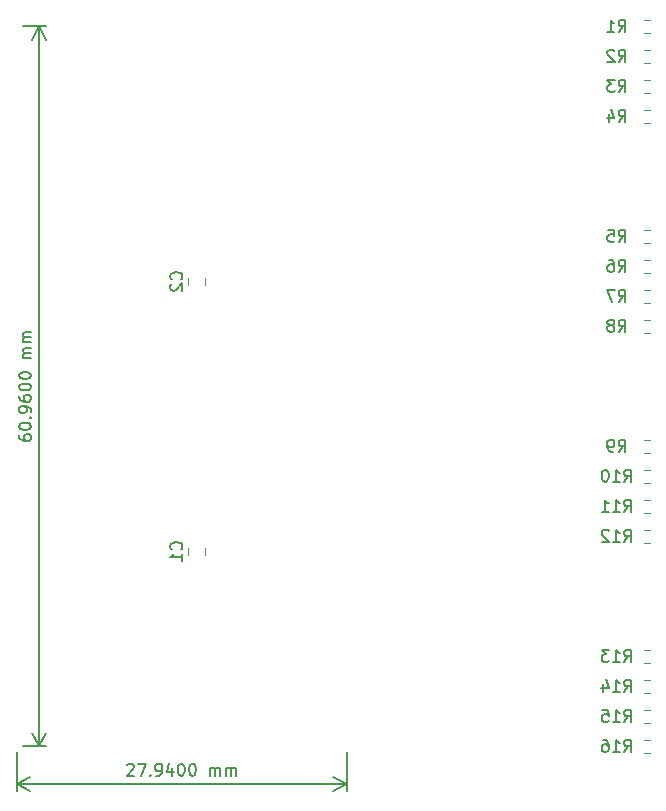
<source format=gbr>
%TF.GenerationSoftware,KiCad,Pcbnew,7.0.5*%
%TF.CreationDate,2023-12-08T14:02:35+09:00*%
%TF.ProjectId,analog_sw2,616e616c-6f67-45f7-9377-322e6b696361,rev?*%
%TF.SameCoordinates,Original*%
%TF.FileFunction,Legend,Bot*%
%TF.FilePolarity,Positive*%
%FSLAX46Y46*%
G04 Gerber Fmt 4.6, Leading zero omitted, Abs format (unit mm)*
G04 Created by KiCad (PCBNEW 7.0.5) date 2023-12-08 14:02:35*
%MOMM*%
%LPD*%
G01*
G04 APERTURE LIST*
%ADD10C,0.150000*%
%ADD11C,0.120000*%
G04 APERTURE END LIST*
D10*
X138639819Y-96852856D02*
X138639819Y-97043332D01*
X138639819Y-97043332D02*
X138687438Y-97138570D01*
X138687438Y-97138570D02*
X138735057Y-97186189D01*
X138735057Y-97186189D02*
X138877914Y-97281427D01*
X138877914Y-97281427D02*
X139068390Y-97329046D01*
X139068390Y-97329046D02*
X139449342Y-97329046D01*
X139449342Y-97329046D02*
X139544580Y-97281427D01*
X139544580Y-97281427D02*
X139592200Y-97233808D01*
X139592200Y-97233808D02*
X139639819Y-97138570D01*
X139639819Y-97138570D02*
X139639819Y-96948094D01*
X139639819Y-96948094D02*
X139592200Y-96852856D01*
X139592200Y-96852856D02*
X139544580Y-96805237D01*
X139544580Y-96805237D02*
X139449342Y-96757618D01*
X139449342Y-96757618D02*
X139211247Y-96757618D01*
X139211247Y-96757618D02*
X139116009Y-96805237D01*
X139116009Y-96805237D02*
X139068390Y-96852856D01*
X139068390Y-96852856D02*
X139020771Y-96948094D01*
X139020771Y-96948094D02*
X139020771Y-97138570D01*
X139020771Y-97138570D02*
X139068390Y-97233808D01*
X139068390Y-97233808D02*
X139116009Y-97281427D01*
X139116009Y-97281427D02*
X139211247Y-97329046D01*
X138639819Y-96138570D02*
X138639819Y-96043332D01*
X138639819Y-96043332D02*
X138687438Y-95948094D01*
X138687438Y-95948094D02*
X138735057Y-95900475D01*
X138735057Y-95900475D02*
X138830295Y-95852856D01*
X138830295Y-95852856D02*
X139020771Y-95805237D01*
X139020771Y-95805237D02*
X139258866Y-95805237D01*
X139258866Y-95805237D02*
X139449342Y-95852856D01*
X139449342Y-95852856D02*
X139544580Y-95900475D01*
X139544580Y-95900475D02*
X139592200Y-95948094D01*
X139592200Y-95948094D02*
X139639819Y-96043332D01*
X139639819Y-96043332D02*
X139639819Y-96138570D01*
X139639819Y-96138570D02*
X139592200Y-96233808D01*
X139592200Y-96233808D02*
X139544580Y-96281427D01*
X139544580Y-96281427D02*
X139449342Y-96329046D01*
X139449342Y-96329046D02*
X139258866Y-96376665D01*
X139258866Y-96376665D02*
X139020771Y-96376665D01*
X139020771Y-96376665D02*
X138830295Y-96329046D01*
X138830295Y-96329046D02*
X138735057Y-96281427D01*
X138735057Y-96281427D02*
X138687438Y-96233808D01*
X138687438Y-96233808D02*
X138639819Y-96138570D01*
X139544580Y-95376665D02*
X139592200Y-95329046D01*
X139592200Y-95329046D02*
X139639819Y-95376665D01*
X139639819Y-95376665D02*
X139592200Y-95424284D01*
X139592200Y-95424284D02*
X139544580Y-95376665D01*
X139544580Y-95376665D02*
X139639819Y-95376665D01*
X139639819Y-94852856D02*
X139639819Y-94662380D01*
X139639819Y-94662380D02*
X139592200Y-94567142D01*
X139592200Y-94567142D02*
X139544580Y-94519523D01*
X139544580Y-94519523D02*
X139401723Y-94424285D01*
X139401723Y-94424285D02*
X139211247Y-94376666D01*
X139211247Y-94376666D02*
X138830295Y-94376666D01*
X138830295Y-94376666D02*
X138735057Y-94424285D01*
X138735057Y-94424285D02*
X138687438Y-94471904D01*
X138687438Y-94471904D02*
X138639819Y-94567142D01*
X138639819Y-94567142D02*
X138639819Y-94757618D01*
X138639819Y-94757618D02*
X138687438Y-94852856D01*
X138687438Y-94852856D02*
X138735057Y-94900475D01*
X138735057Y-94900475D02*
X138830295Y-94948094D01*
X138830295Y-94948094D02*
X139068390Y-94948094D01*
X139068390Y-94948094D02*
X139163628Y-94900475D01*
X139163628Y-94900475D02*
X139211247Y-94852856D01*
X139211247Y-94852856D02*
X139258866Y-94757618D01*
X139258866Y-94757618D02*
X139258866Y-94567142D01*
X139258866Y-94567142D02*
X139211247Y-94471904D01*
X139211247Y-94471904D02*
X139163628Y-94424285D01*
X139163628Y-94424285D02*
X139068390Y-94376666D01*
X138639819Y-93519523D02*
X138639819Y-93709999D01*
X138639819Y-93709999D02*
X138687438Y-93805237D01*
X138687438Y-93805237D02*
X138735057Y-93852856D01*
X138735057Y-93852856D02*
X138877914Y-93948094D01*
X138877914Y-93948094D02*
X139068390Y-93995713D01*
X139068390Y-93995713D02*
X139449342Y-93995713D01*
X139449342Y-93995713D02*
X139544580Y-93948094D01*
X139544580Y-93948094D02*
X139592200Y-93900475D01*
X139592200Y-93900475D02*
X139639819Y-93805237D01*
X139639819Y-93805237D02*
X139639819Y-93614761D01*
X139639819Y-93614761D02*
X139592200Y-93519523D01*
X139592200Y-93519523D02*
X139544580Y-93471904D01*
X139544580Y-93471904D02*
X139449342Y-93424285D01*
X139449342Y-93424285D02*
X139211247Y-93424285D01*
X139211247Y-93424285D02*
X139116009Y-93471904D01*
X139116009Y-93471904D02*
X139068390Y-93519523D01*
X139068390Y-93519523D02*
X139020771Y-93614761D01*
X139020771Y-93614761D02*
X139020771Y-93805237D01*
X139020771Y-93805237D02*
X139068390Y-93900475D01*
X139068390Y-93900475D02*
X139116009Y-93948094D01*
X139116009Y-93948094D02*
X139211247Y-93995713D01*
X138639819Y-92805237D02*
X138639819Y-92709999D01*
X138639819Y-92709999D02*
X138687438Y-92614761D01*
X138687438Y-92614761D02*
X138735057Y-92567142D01*
X138735057Y-92567142D02*
X138830295Y-92519523D01*
X138830295Y-92519523D02*
X139020771Y-92471904D01*
X139020771Y-92471904D02*
X139258866Y-92471904D01*
X139258866Y-92471904D02*
X139449342Y-92519523D01*
X139449342Y-92519523D02*
X139544580Y-92567142D01*
X139544580Y-92567142D02*
X139592200Y-92614761D01*
X139592200Y-92614761D02*
X139639819Y-92709999D01*
X139639819Y-92709999D02*
X139639819Y-92805237D01*
X139639819Y-92805237D02*
X139592200Y-92900475D01*
X139592200Y-92900475D02*
X139544580Y-92948094D01*
X139544580Y-92948094D02*
X139449342Y-92995713D01*
X139449342Y-92995713D02*
X139258866Y-93043332D01*
X139258866Y-93043332D02*
X139020771Y-93043332D01*
X139020771Y-93043332D02*
X138830295Y-92995713D01*
X138830295Y-92995713D02*
X138735057Y-92948094D01*
X138735057Y-92948094D02*
X138687438Y-92900475D01*
X138687438Y-92900475D02*
X138639819Y-92805237D01*
X138639819Y-91852856D02*
X138639819Y-91757618D01*
X138639819Y-91757618D02*
X138687438Y-91662380D01*
X138687438Y-91662380D02*
X138735057Y-91614761D01*
X138735057Y-91614761D02*
X138830295Y-91567142D01*
X138830295Y-91567142D02*
X139020771Y-91519523D01*
X139020771Y-91519523D02*
X139258866Y-91519523D01*
X139258866Y-91519523D02*
X139449342Y-91567142D01*
X139449342Y-91567142D02*
X139544580Y-91614761D01*
X139544580Y-91614761D02*
X139592200Y-91662380D01*
X139592200Y-91662380D02*
X139639819Y-91757618D01*
X139639819Y-91757618D02*
X139639819Y-91852856D01*
X139639819Y-91852856D02*
X139592200Y-91948094D01*
X139592200Y-91948094D02*
X139544580Y-91995713D01*
X139544580Y-91995713D02*
X139449342Y-92043332D01*
X139449342Y-92043332D02*
X139258866Y-92090951D01*
X139258866Y-92090951D02*
X139020771Y-92090951D01*
X139020771Y-92090951D02*
X138830295Y-92043332D01*
X138830295Y-92043332D02*
X138735057Y-91995713D01*
X138735057Y-91995713D02*
X138687438Y-91948094D01*
X138687438Y-91948094D02*
X138639819Y-91852856D01*
X139639819Y-90329046D02*
X138973152Y-90329046D01*
X139068390Y-90329046D02*
X139020771Y-90281427D01*
X139020771Y-90281427D02*
X138973152Y-90186189D01*
X138973152Y-90186189D02*
X138973152Y-90043332D01*
X138973152Y-90043332D02*
X139020771Y-89948094D01*
X139020771Y-89948094D02*
X139116009Y-89900475D01*
X139116009Y-89900475D02*
X139639819Y-89900475D01*
X139116009Y-89900475D02*
X139020771Y-89852856D01*
X139020771Y-89852856D02*
X138973152Y-89757618D01*
X138973152Y-89757618D02*
X138973152Y-89614761D01*
X138973152Y-89614761D02*
X139020771Y-89519522D01*
X139020771Y-89519522D02*
X139116009Y-89471903D01*
X139116009Y-89471903D02*
X139639819Y-89471903D01*
X139639819Y-88995713D02*
X138973152Y-88995713D01*
X139068390Y-88995713D02*
X139020771Y-88948094D01*
X139020771Y-88948094D02*
X138973152Y-88852856D01*
X138973152Y-88852856D02*
X138973152Y-88709999D01*
X138973152Y-88709999D02*
X139020771Y-88614761D01*
X139020771Y-88614761D02*
X139116009Y-88567142D01*
X139116009Y-88567142D02*
X139639819Y-88567142D01*
X139116009Y-88567142D02*
X139020771Y-88519523D01*
X139020771Y-88519523D02*
X138973152Y-88424285D01*
X138973152Y-88424285D02*
X138973152Y-88281428D01*
X138973152Y-88281428D02*
X139020771Y-88186189D01*
X139020771Y-88186189D02*
X139116009Y-88138570D01*
X139116009Y-88138570D02*
X139639819Y-88138570D01*
X138930000Y-62230000D02*
X140921420Y-62230000D01*
X138930000Y-123190000D02*
X140921420Y-123190000D01*
X140335000Y-62230000D02*
X140335000Y-123190000D01*
X140335000Y-62230000D02*
X140335000Y-123190000D01*
X140335000Y-62230000D02*
X140921421Y-63356504D01*
X140335000Y-62230000D02*
X139748579Y-63356504D01*
X140335000Y-123190000D02*
X139748579Y-122063496D01*
X140335000Y-123190000D02*
X140921421Y-122063496D01*
X147780953Y-124765057D02*
X147828572Y-124717438D01*
X147828572Y-124717438D02*
X147923810Y-124669819D01*
X147923810Y-124669819D02*
X148161905Y-124669819D01*
X148161905Y-124669819D02*
X148257143Y-124717438D01*
X148257143Y-124717438D02*
X148304762Y-124765057D01*
X148304762Y-124765057D02*
X148352381Y-124860295D01*
X148352381Y-124860295D02*
X148352381Y-124955533D01*
X148352381Y-124955533D02*
X148304762Y-125098390D01*
X148304762Y-125098390D02*
X147733334Y-125669819D01*
X147733334Y-125669819D02*
X148352381Y-125669819D01*
X148685715Y-124669819D02*
X149352381Y-124669819D01*
X149352381Y-124669819D02*
X148923810Y-125669819D01*
X149733334Y-125574580D02*
X149780953Y-125622200D01*
X149780953Y-125622200D02*
X149733334Y-125669819D01*
X149733334Y-125669819D02*
X149685715Y-125622200D01*
X149685715Y-125622200D02*
X149733334Y-125574580D01*
X149733334Y-125574580D02*
X149733334Y-125669819D01*
X150257143Y-125669819D02*
X150447619Y-125669819D01*
X150447619Y-125669819D02*
X150542857Y-125622200D01*
X150542857Y-125622200D02*
X150590476Y-125574580D01*
X150590476Y-125574580D02*
X150685714Y-125431723D01*
X150685714Y-125431723D02*
X150733333Y-125241247D01*
X150733333Y-125241247D02*
X150733333Y-124860295D01*
X150733333Y-124860295D02*
X150685714Y-124765057D01*
X150685714Y-124765057D02*
X150638095Y-124717438D01*
X150638095Y-124717438D02*
X150542857Y-124669819D01*
X150542857Y-124669819D02*
X150352381Y-124669819D01*
X150352381Y-124669819D02*
X150257143Y-124717438D01*
X150257143Y-124717438D02*
X150209524Y-124765057D01*
X150209524Y-124765057D02*
X150161905Y-124860295D01*
X150161905Y-124860295D02*
X150161905Y-125098390D01*
X150161905Y-125098390D02*
X150209524Y-125193628D01*
X150209524Y-125193628D02*
X150257143Y-125241247D01*
X150257143Y-125241247D02*
X150352381Y-125288866D01*
X150352381Y-125288866D02*
X150542857Y-125288866D01*
X150542857Y-125288866D02*
X150638095Y-125241247D01*
X150638095Y-125241247D02*
X150685714Y-125193628D01*
X150685714Y-125193628D02*
X150733333Y-125098390D01*
X151590476Y-125003152D02*
X151590476Y-125669819D01*
X151352381Y-124622200D02*
X151114286Y-125336485D01*
X151114286Y-125336485D02*
X151733333Y-125336485D01*
X152304762Y-124669819D02*
X152400000Y-124669819D01*
X152400000Y-124669819D02*
X152495238Y-124717438D01*
X152495238Y-124717438D02*
X152542857Y-124765057D01*
X152542857Y-124765057D02*
X152590476Y-124860295D01*
X152590476Y-124860295D02*
X152638095Y-125050771D01*
X152638095Y-125050771D02*
X152638095Y-125288866D01*
X152638095Y-125288866D02*
X152590476Y-125479342D01*
X152590476Y-125479342D02*
X152542857Y-125574580D01*
X152542857Y-125574580D02*
X152495238Y-125622200D01*
X152495238Y-125622200D02*
X152400000Y-125669819D01*
X152400000Y-125669819D02*
X152304762Y-125669819D01*
X152304762Y-125669819D02*
X152209524Y-125622200D01*
X152209524Y-125622200D02*
X152161905Y-125574580D01*
X152161905Y-125574580D02*
X152114286Y-125479342D01*
X152114286Y-125479342D02*
X152066667Y-125288866D01*
X152066667Y-125288866D02*
X152066667Y-125050771D01*
X152066667Y-125050771D02*
X152114286Y-124860295D01*
X152114286Y-124860295D02*
X152161905Y-124765057D01*
X152161905Y-124765057D02*
X152209524Y-124717438D01*
X152209524Y-124717438D02*
X152304762Y-124669819D01*
X153257143Y-124669819D02*
X153352381Y-124669819D01*
X153352381Y-124669819D02*
X153447619Y-124717438D01*
X153447619Y-124717438D02*
X153495238Y-124765057D01*
X153495238Y-124765057D02*
X153542857Y-124860295D01*
X153542857Y-124860295D02*
X153590476Y-125050771D01*
X153590476Y-125050771D02*
X153590476Y-125288866D01*
X153590476Y-125288866D02*
X153542857Y-125479342D01*
X153542857Y-125479342D02*
X153495238Y-125574580D01*
X153495238Y-125574580D02*
X153447619Y-125622200D01*
X153447619Y-125622200D02*
X153352381Y-125669819D01*
X153352381Y-125669819D02*
X153257143Y-125669819D01*
X153257143Y-125669819D02*
X153161905Y-125622200D01*
X153161905Y-125622200D02*
X153114286Y-125574580D01*
X153114286Y-125574580D02*
X153066667Y-125479342D01*
X153066667Y-125479342D02*
X153019048Y-125288866D01*
X153019048Y-125288866D02*
X153019048Y-125050771D01*
X153019048Y-125050771D02*
X153066667Y-124860295D01*
X153066667Y-124860295D02*
X153114286Y-124765057D01*
X153114286Y-124765057D02*
X153161905Y-124717438D01*
X153161905Y-124717438D02*
X153257143Y-124669819D01*
X154780953Y-125669819D02*
X154780953Y-125003152D01*
X154780953Y-125098390D02*
X154828572Y-125050771D01*
X154828572Y-125050771D02*
X154923810Y-125003152D01*
X154923810Y-125003152D02*
X155066667Y-125003152D01*
X155066667Y-125003152D02*
X155161905Y-125050771D01*
X155161905Y-125050771D02*
X155209524Y-125146009D01*
X155209524Y-125146009D02*
X155209524Y-125669819D01*
X155209524Y-125146009D02*
X155257143Y-125050771D01*
X155257143Y-125050771D02*
X155352381Y-125003152D01*
X155352381Y-125003152D02*
X155495238Y-125003152D01*
X155495238Y-125003152D02*
X155590477Y-125050771D01*
X155590477Y-125050771D02*
X155638096Y-125146009D01*
X155638096Y-125146009D02*
X155638096Y-125669819D01*
X156114286Y-125669819D02*
X156114286Y-125003152D01*
X156114286Y-125098390D02*
X156161905Y-125050771D01*
X156161905Y-125050771D02*
X156257143Y-125003152D01*
X156257143Y-125003152D02*
X156400000Y-125003152D01*
X156400000Y-125003152D02*
X156495238Y-125050771D01*
X156495238Y-125050771D02*
X156542857Y-125146009D01*
X156542857Y-125146009D02*
X156542857Y-125669819D01*
X156542857Y-125146009D02*
X156590476Y-125050771D01*
X156590476Y-125050771D02*
X156685714Y-125003152D01*
X156685714Y-125003152D02*
X156828571Y-125003152D01*
X156828571Y-125003152D02*
X156923810Y-125050771D01*
X156923810Y-125050771D02*
X156971429Y-125146009D01*
X156971429Y-125146009D02*
X156971429Y-125669819D01*
X166370000Y-123690000D02*
X166370000Y-126951420D01*
X138430000Y-123690000D02*
X138430000Y-126951420D01*
X166370000Y-126365000D02*
X138430000Y-126365000D01*
X166370000Y-126365000D02*
X138430000Y-126365000D01*
X166370000Y-126365000D02*
X165243496Y-126951421D01*
X166370000Y-126365000D02*
X165243496Y-125778579D01*
X138430000Y-126365000D02*
X139556504Y-125778579D01*
X138430000Y-126365000D02*
X139556504Y-126951421D01*
%TO.C,R7*%
X189396666Y-85544819D02*
X189729999Y-85068628D01*
X189968094Y-85544819D02*
X189968094Y-84544819D01*
X189968094Y-84544819D02*
X189587142Y-84544819D01*
X189587142Y-84544819D02*
X189491904Y-84592438D01*
X189491904Y-84592438D02*
X189444285Y-84640057D01*
X189444285Y-84640057D02*
X189396666Y-84735295D01*
X189396666Y-84735295D02*
X189396666Y-84878152D01*
X189396666Y-84878152D02*
X189444285Y-84973390D01*
X189444285Y-84973390D02*
X189491904Y-85021009D01*
X189491904Y-85021009D02*
X189587142Y-85068628D01*
X189587142Y-85068628D02*
X189968094Y-85068628D01*
X189063332Y-84544819D02*
X188396666Y-84544819D01*
X188396666Y-84544819D02*
X188825237Y-85544819D01*
%TO.C,R11*%
X189872857Y-103324819D02*
X190206190Y-102848628D01*
X190444285Y-103324819D02*
X190444285Y-102324819D01*
X190444285Y-102324819D02*
X190063333Y-102324819D01*
X190063333Y-102324819D02*
X189968095Y-102372438D01*
X189968095Y-102372438D02*
X189920476Y-102420057D01*
X189920476Y-102420057D02*
X189872857Y-102515295D01*
X189872857Y-102515295D02*
X189872857Y-102658152D01*
X189872857Y-102658152D02*
X189920476Y-102753390D01*
X189920476Y-102753390D02*
X189968095Y-102801009D01*
X189968095Y-102801009D02*
X190063333Y-102848628D01*
X190063333Y-102848628D02*
X190444285Y-102848628D01*
X188920476Y-103324819D02*
X189491904Y-103324819D01*
X189206190Y-103324819D02*
X189206190Y-102324819D01*
X189206190Y-102324819D02*
X189301428Y-102467676D01*
X189301428Y-102467676D02*
X189396666Y-102562914D01*
X189396666Y-102562914D02*
X189491904Y-102610533D01*
X187968095Y-103324819D02*
X188539523Y-103324819D01*
X188253809Y-103324819D02*
X188253809Y-102324819D01*
X188253809Y-102324819D02*
X188349047Y-102467676D01*
X188349047Y-102467676D02*
X188444285Y-102562914D01*
X188444285Y-102562914D02*
X188539523Y-102610533D01*
%TO.C,R3*%
X189396666Y-67764819D02*
X189729999Y-67288628D01*
X189968094Y-67764819D02*
X189968094Y-66764819D01*
X189968094Y-66764819D02*
X189587142Y-66764819D01*
X189587142Y-66764819D02*
X189491904Y-66812438D01*
X189491904Y-66812438D02*
X189444285Y-66860057D01*
X189444285Y-66860057D02*
X189396666Y-66955295D01*
X189396666Y-66955295D02*
X189396666Y-67098152D01*
X189396666Y-67098152D02*
X189444285Y-67193390D01*
X189444285Y-67193390D02*
X189491904Y-67241009D01*
X189491904Y-67241009D02*
X189587142Y-67288628D01*
X189587142Y-67288628D02*
X189968094Y-67288628D01*
X189063332Y-66764819D02*
X188444285Y-66764819D01*
X188444285Y-66764819D02*
X188777618Y-67145771D01*
X188777618Y-67145771D02*
X188634761Y-67145771D01*
X188634761Y-67145771D02*
X188539523Y-67193390D01*
X188539523Y-67193390D02*
X188491904Y-67241009D01*
X188491904Y-67241009D02*
X188444285Y-67336247D01*
X188444285Y-67336247D02*
X188444285Y-67574342D01*
X188444285Y-67574342D02*
X188491904Y-67669580D01*
X188491904Y-67669580D02*
X188539523Y-67717200D01*
X188539523Y-67717200D02*
X188634761Y-67764819D01*
X188634761Y-67764819D02*
X188920475Y-67764819D01*
X188920475Y-67764819D02*
X189015713Y-67717200D01*
X189015713Y-67717200D02*
X189063332Y-67669580D01*
%TO.C,C2*%
X152349580Y-83658333D02*
X152397200Y-83610714D01*
X152397200Y-83610714D02*
X152444819Y-83467857D01*
X152444819Y-83467857D02*
X152444819Y-83372619D01*
X152444819Y-83372619D02*
X152397200Y-83229762D01*
X152397200Y-83229762D02*
X152301961Y-83134524D01*
X152301961Y-83134524D02*
X152206723Y-83086905D01*
X152206723Y-83086905D02*
X152016247Y-83039286D01*
X152016247Y-83039286D02*
X151873390Y-83039286D01*
X151873390Y-83039286D02*
X151682914Y-83086905D01*
X151682914Y-83086905D02*
X151587676Y-83134524D01*
X151587676Y-83134524D02*
X151492438Y-83229762D01*
X151492438Y-83229762D02*
X151444819Y-83372619D01*
X151444819Y-83372619D02*
X151444819Y-83467857D01*
X151444819Y-83467857D02*
X151492438Y-83610714D01*
X151492438Y-83610714D02*
X151540057Y-83658333D01*
X151540057Y-84039286D02*
X151492438Y-84086905D01*
X151492438Y-84086905D02*
X151444819Y-84182143D01*
X151444819Y-84182143D02*
X151444819Y-84420238D01*
X151444819Y-84420238D02*
X151492438Y-84515476D01*
X151492438Y-84515476D02*
X151540057Y-84563095D01*
X151540057Y-84563095D02*
X151635295Y-84610714D01*
X151635295Y-84610714D02*
X151730533Y-84610714D01*
X151730533Y-84610714D02*
X151873390Y-84563095D01*
X151873390Y-84563095D02*
X152444819Y-83991667D01*
X152444819Y-83991667D02*
X152444819Y-84610714D01*
%TO.C,R10*%
X189872857Y-100784819D02*
X190206190Y-100308628D01*
X190444285Y-100784819D02*
X190444285Y-99784819D01*
X190444285Y-99784819D02*
X190063333Y-99784819D01*
X190063333Y-99784819D02*
X189968095Y-99832438D01*
X189968095Y-99832438D02*
X189920476Y-99880057D01*
X189920476Y-99880057D02*
X189872857Y-99975295D01*
X189872857Y-99975295D02*
X189872857Y-100118152D01*
X189872857Y-100118152D02*
X189920476Y-100213390D01*
X189920476Y-100213390D02*
X189968095Y-100261009D01*
X189968095Y-100261009D02*
X190063333Y-100308628D01*
X190063333Y-100308628D02*
X190444285Y-100308628D01*
X188920476Y-100784819D02*
X189491904Y-100784819D01*
X189206190Y-100784819D02*
X189206190Y-99784819D01*
X189206190Y-99784819D02*
X189301428Y-99927676D01*
X189301428Y-99927676D02*
X189396666Y-100022914D01*
X189396666Y-100022914D02*
X189491904Y-100070533D01*
X188301428Y-99784819D02*
X188206190Y-99784819D01*
X188206190Y-99784819D02*
X188110952Y-99832438D01*
X188110952Y-99832438D02*
X188063333Y-99880057D01*
X188063333Y-99880057D02*
X188015714Y-99975295D01*
X188015714Y-99975295D02*
X187968095Y-100165771D01*
X187968095Y-100165771D02*
X187968095Y-100403866D01*
X187968095Y-100403866D02*
X188015714Y-100594342D01*
X188015714Y-100594342D02*
X188063333Y-100689580D01*
X188063333Y-100689580D02*
X188110952Y-100737200D01*
X188110952Y-100737200D02*
X188206190Y-100784819D01*
X188206190Y-100784819D02*
X188301428Y-100784819D01*
X188301428Y-100784819D02*
X188396666Y-100737200D01*
X188396666Y-100737200D02*
X188444285Y-100689580D01*
X188444285Y-100689580D02*
X188491904Y-100594342D01*
X188491904Y-100594342D02*
X188539523Y-100403866D01*
X188539523Y-100403866D02*
X188539523Y-100165771D01*
X188539523Y-100165771D02*
X188491904Y-99975295D01*
X188491904Y-99975295D02*
X188444285Y-99880057D01*
X188444285Y-99880057D02*
X188396666Y-99832438D01*
X188396666Y-99832438D02*
X188301428Y-99784819D01*
%TO.C,R4*%
X189396666Y-70304819D02*
X189729999Y-69828628D01*
X189968094Y-70304819D02*
X189968094Y-69304819D01*
X189968094Y-69304819D02*
X189587142Y-69304819D01*
X189587142Y-69304819D02*
X189491904Y-69352438D01*
X189491904Y-69352438D02*
X189444285Y-69400057D01*
X189444285Y-69400057D02*
X189396666Y-69495295D01*
X189396666Y-69495295D02*
X189396666Y-69638152D01*
X189396666Y-69638152D02*
X189444285Y-69733390D01*
X189444285Y-69733390D02*
X189491904Y-69781009D01*
X189491904Y-69781009D02*
X189587142Y-69828628D01*
X189587142Y-69828628D02*
X189968094Y-69828628D01*
X188539523Y-69638152D02*
X188539523Y-70304819D01*
X188777618Y-69257200D02*
X189015713Y-69971485D01*
X189015713Y-69971485D02*
X188396666Y-69971485D01*
%TO.C,R12*%
X189872857Y-105864819D02*
X190206190Y-105388628D01*
X190444285Y-105864819D02*
X190444285Y-104864819D01*
X190444285Y-104864819D02*
X190063333Y-104864819D01*
X190063333Y-104864819D02*
X189968095Y-104912438D01*
X189968095Y-104912438D02*
X189920476Y-104960057D01*
X189920476Y-104960057D02*
X189872857Y-105055295D01*
X189872857Y-105055295D02*
X189872857Y-105198152D01*
X189872857Y-105198152D02*
X189920476Y-105293390D01*
X189920476Y-105293390D02*
X189968095Y-105341009D01*
X189968095Y-105341009D02*
X190063333Y-105388628D01*
X190063333Y-105388628D02*
X190444285Y-105388628D01*
X188920476Y-105864819D02*
X189491904Y-105864819D01*
X189206190Y-105864819D02*
X189206190Y-104864819D01*
X189206190Y-104864819D02*
X189301428Y-105007676D01*
X189301428Y-105007676D02*
X189396666Y-105102914D01*
X189396666Y-105102914D02*
X189491904Y-105150533D01*
X188539523Y-104960057D02*
X188491904Y-104912438D01*
X188491904Y-104912438D02*
X188396666Y-104864819D01*
X188396666Y-104864819D02*
X188158571Y-104864819D01*
X188158571Y-104864819D02*
X188063333Y-104912438D01*
X188063333Y-104912438D02*
X188015714Y-104960057D01*
X188015714Y-104960057D02*
X187968095Y-105055295D01*
X187968095Y-105055295D02*
X187968095Y-105150533D01*
X187968095Y-105150533D02*
X188015714Y-105293390D01*
X188015714Y-105293390D02*
X188587142Y-105864819D01*
X188587142Y-105864819D02*
X187968095Y-105864819D01*
%TO.C,R9*%
X189396666Y-98244819D02*
X189729999Y-97768628D01*
X189968094Y-98244819D02*
X189968094Y-97244819D01*
X189968094Y-97244819D02*
X189587142Y-97244819D01*
X189587142Y-97244819D02*
X189491904Y-97292438D01*
X189491904Y-97292438D02*
X189444285Y-97340057D01*
X189444285Y-97340057D02*
X189396666Y-97435295D01*
X189396666Y-97435295D02*
X189396666Y-97578152D01*
X189396666Y-97578152D02*
X189444285Y-97673390D01*
X189444285Y-97673390D02*
X189491904Y-97721009D01*
X189491904Y-97721009D02*
X189587142Y-97768628D01*
X189587142Y-97768628D02*
X189968094Y-97768628D01*
X188920475Y-98244819D02*
X188729999Y-98244819D01*
X188729999Y-98244819D02*
X188634761Y-98197200D01*
X188634761Y-98197200D02*
X188587142Y-98149580D01*
X188587142Y-98149580D02*
X188491904Y-98006723D01*
X188491904Y-98006723D02*
X188444285Y-97816247D01*
X188444285Y-97816247D02*
X188444285Y-97435295D01*
X188444285Y-97435295D02*
X188491904Y-97340057D01*
X188491904Y-97340057D02*
X188539523Y-97292438D01*
X188539523Y-97292438D02*
X188634761Y-97244819D01*
X188634761Y-97244819D02*
X188825237Y-97244819D01*
X188825237Y-97244819D02*
X188920475Y-97292438D01*
X188920475Y-97292438D02*
X188968094Y-97340057D01*
X188968094Y-97340057D02*
X189015713Y-97435295D01*
X189015713Y-97435295D02*
X189015713Y-97673390D01*
X189015713Y-97673390D02*
X188968094Y-97768628D01*
X188968094Y-97768628D02*
X188920475Y-97816247D01*
X188920475Y-97816247D02*
X188825237Y-97863866D01*
X188825237Y-97863866D02*
X188634761Y-97863866D01*
X188634761Y-97863866D02*
X188539523Y-97816247D01*
X188539523Y-97816247D02*
X188491904Y-97768628D01*
X188491904Y-97768628D02*
X188444285Y-97673390D01*
%TO.C,R6*%
X189396666Y-83004819D02*
X189729999Y-82528628D01*
X189968094Y-83004819D02*
X189968094Y-82004819D01*
X189968094Y-82004819D02*
X189587142Y-82004819D01*
X189587142Y-82004819D02*
X189491904Y-82052438D01*
X189491904Y-82052438D02*
X189444285Y-82100057D01*
X189444285Y-82100057D02*
X189396666Y-82195295D01*
X189396666Y-82195295D02*
X189396666Y-82338152D01*
X189396666Y-82338152D02*
X189444285Y-82433390D01*
X189444285Y-82433390D02*
X189491904Y-82481009D01*
X189491904Y-82481009D02*
X189587142Y-82528628D01*
X189587142Y-82528628D02*
X189968094Y-82528628D01*
X188539523Y-82004819D02*
X188729999Y-82004819D01*
X188729999Y-82004819D02*
X188825237Y-82052438D01*
X188825237Y-82052438D02*
X188872856Y-82100057D01*
X188872856Y-82100057D02*
X188968094Y-82242914D01*
X188968094Y-82242914D02*
X189015713Y-82433390D01*
X189015713Y-82433390D02*
X189015713Y-82814342D01*
X189015713Y-82814342D02*
X188968094Y-82909580D01*
X188968094Y-82909580D02*
X188920475Y-82957200D01*
X188920475Y-82957200D02*
X188825237Y-83004819D01*
X188825237Y-83004819D02*
X188634761Y-83004819D01*
X188634761Y-83004819D02*
X188539523Y-82957200D01*
X188539523Y-82957200D02*
X188491904Y-82909580D01*
X188491904Y-82909580D02*
X188444285Y-82814342D01*
X188444285Y-82814342D02*
X188444285Y-82576247D01*
X188444285Y-82576247D02*
X188491904Y-82481009D01*
X188491904Y-82481009D02*
X188539523Y-82433390D01*
X188539523Y-82433390D02*
X188634761Y-82385771D01*
X188634761Y-82385771D02*
X188825237Y-82385771D01*
X188825237Y-82385771D02*
X188920475Y-82433390D01*
X188920475Y-82433390D02*
X188968094Y-82481009D01*
X188968094Y-82481009D02*
X189015713Y-82576247D01*
%TO.C,R14*%
X189872857Y-118564819D02*
X190206190Y-118088628D01*
X190444285Y-118564819D02*
X190444285Y-117564819D01*
X190444285Y-117564819D02*
X190063333Y-117564819D01*
X190063333Y-117564819D02*
X189968095Y-117612438D01*
X189968095Y-117612438D02*
X189920476Y-117660057D01*
X189920476Y-117660057D02*
X189872857Y-117755295D01*
X189872857Y-117755295D02*
X189872857Y-117898152D01*
X189872857Y-117898152D02*
X189920476Y-117993390D01*
X189920476Y-117993390D02*
X189968095Y-118041009D01*
X189968095Y-118041009D02*
X190063333Y-118088628D01*
X190063333Y-118088628D02*
X190444285Y-118088628D01*
X188920476Y-118564819D02*
X189491904Y-118564819D01*
X189206190Y-118564819D02*
X189206190Y-117564819D01*
X189206190Y-117564819D02*
X189301428Y-117707676D01*
X189301428Y-117707676D02*
X189396666Y-117802914D01*
X189396666Y-117802914D02*
X189491904Y-117850533D01*
X188063333Y-117898152D02*
X188063333Y-118564819D01*
X188301428Y-117517200D02*
X188539523Y-118231485D01*
X188539523Y-118231485D02*
X187920476Y-118231485D01*
%TO.C,R13*%
X189872857Y-116024819D02*
X190206190Y-115548628D01*
X190444285Y-116024819D02*
X190444285Y-115024819D01*
X190444285Y-115024819D02*
X190063333Y-115024819D01*
X190063333Y-115024819D02*
X189968095Y-115072438D01*
X189968095Y-115072438D02*
X189920476Y-115120057D01*
X189920476Y-115120057D02*
X189872857Y-115215295D01*
X189872857Y-115215295D02*
X189872857Y-115358152D01*
X189872857Y-115358152D02*
X189920476Y-115453390D01*
X189920476Y-115453390D02*
X189968095Y-115501009D01*
X189968095Y-115501009D02*
X190063333Y-115548628D01*
X190063333Y-115548628D02*
X190444285Y-115548628D01*
X188920476Y-116024819D02*
X189491904Y-116024819D01*
X189206190Y-116024819D02*
X189206190Y-115024819D01*
X189206190Y-115024819D02*
X189301428Y-115167676D01*
X189301428Y-115167676D02*
X189396666Y-115262914D01*
X189396666Y-115262914D02*
X189491904Y-115310533D01*
X188587142Y-115024819D02*
X187968095Y-115024819D01*
X187968095Y-115024819D02*
X188301428Y-115405771D01*
X188301428Y-115405771D02*
X188158571Y-115405771D01*
X188158571Y-115405771D02*
X188063333Y-115453390D01*
X188063333Y-115453390D02*
X188015714Y-115501009D01*
X188015714Y-115501009D02*
X187968095Y-115596247D01*
X187968095Y-115596247D02*
X187968095Y-115834342D01*
X187968095Y-115834342D02*
X188015714Y-115929580D01*
X188015714Y-115929580D02*
X188063333Y-115977200D01*
X188063333Y-115977200D02*
X188158571Y-116024819D01*
X188158571Y-116024819D02*
X188444285Y-116024819D01*
X188444285Y-116024819D02*
X188539523Y-115977200D01*
X188539523Y-115977200D02*
X188587142Y-115929580D01*
%TO.C,R8*%
X189396666Y-88084819D02*
X189729999Y-87608628D01*
X189968094Y-88084819D02*
X189968094Y-87084819D01*
X189968094Y-87084819D02*
X189587142Y-87084819D01*
X189587142Y-87084819D02*
X189491904Y-87132438D01*
X189491904Y-87132438D02*
X189444285Y-87180057D01*
X189444285Y-87180057D02*
X189396666Y-87275295D01*
X189396666Y-87275295D02*
X189396666Y-87418152D01*
X189396666Y-87418152D02*
X189444285Y-87513390D01*
X189444285Y-87513390D02*
X189491904Y-87561009D01*
X189491904Y-87561009D02*
X189587142Y-87608628D01*
X189587142Y-87608628D02*
X189968094Y-87608628D01*
X188825237Y-87513390D02*
X188920475Y-87465771D01*
X188920475Y-87465771D02*
X188968094Y-87418152D01*
X188968094Y-87418152D02*
X189015713Y-87322914D01*
X189015713Y-87322914D02*
X189015713Y-87275295D01*
X189015713Y-87275295D02*
X188968094Y-87180057D01*
X188968094Y-87180057D02*
X188920475Y-87132438D01*
X188920475Y-87132438D02*
X188825237Y-87084819D01*
X188825237Y-87084819D02*
X188634761Y-87084819D01*
X188634761Y-87084819D02*
X188539523Y-87132438D01*
X188539523Y-87132438D02*
X188491904Y-87180057D01*
X188491904Y-87180057D02*
X188444285Y-87275295D01*
X188444285Y-87275295D02*
X188444285Y-87322914D01*
X188444285Y-87322914D02*
X188491904Y-87418152D01*
X188491904Y-87418152D02*
X188539523Y-87465771D01*
X188539523Y-87465771D02*
X188634761Y-87513390D01*
X188634761Y-87513390D02*
X188825237Y-87513390D01*
X188825237Y-87513390D02*
X188920475Y-87561009D01*
X188920475Y-87561009D02*
X188968094Y-87608628D01*
X188968094Y-87608628D02*
X189015713Y-87703866D01*
X189015713Y-87703866D02*
X189015713Y-87894342D01*
X189015713Y-87894342D02*
X188968094Y-87989580D01*
X188968094Y-87989580D02*
X188920475Y-88037200D01*
X188920475Y-88037200D02*
X188825237Y-88084819D01*
X188825237Y-88084819D02*
X188634761Y-88084819D01*
X188634761Y-88084819D02*
X188539523Y-88037200D01*
X188539523Y-88037200D02*
X188491904Y-87989580D01*
X188491904Y-87989580D02*
X188444285Y-87894342D01*
X188444285Y-87894342D02*
X188444285Y-87703866D01*
X188444285Y-87703866D02*
X188491904Y-87608628D01*
X188491904Y-87608628D02*
X188539523Y-87561009D01*
X188539523Y-87561009D02*
X188634761Y-87513390D01*
%TO.C,C1*%
X152349580Y-106518333D02*
X152397200Y-106470714D01*
X152397200Y-106470714D02*
X152444819Y-106327857D01*
X152444819Y-106327857D02*
X152444819Y-106232619D01*
X152444819Y-106232619D02*
X152397200Y-106089762D01*
X152397200Y-106089762D02*
X152301961Y-105994524D01*
X152301961Y-105994524D02*
X152206723Y-105946905D01*
X152206723Y-105946905D02*
X152016247Y-105899286D01*
X152016247Y-105899286D02*
X151873390Y-105899286D01*
X151873390Y-105899286D02*
X151682914Y-105946905D01*
X151682914Y-105946905D02*
X151587676Y-105994524D01*
X151587676Y-105994524D02*
X151492438Y-106089762D01*
X151492438Y-106089762D02*
X151444819Y-106232619D01*
X151444819Y-106232619D02*
X151444819Y-106327857D01*
X151444819Y-106327857D02*
X151492438Y-106470714D01*
X151492438Y-106470714D02*
X151540057Y-106518333D01*
X152444819Y-107470714D02*
X152444819Y-106899286D01*
X152444819Y-107185000D02*
X151444819Y-107185000D01*
X151444819Y-107185000D02*
X151587676Y-107089762D01*
X151587676Y-107089762D02*
X151682914Y-106994524D01*
X151682914Y-106994524D02*
X151730533Y-106899286D01*
%TO.C,R15*%
X189872857Y-121104819D02*
X190206190Y-120628628D01*
X190444285Y-121104819D02*
X190444285Y-120104819D01*
X190444285Y-120104819D02*
X190063333Y-120104819D01*
X190063333Y-120104819D02*
X189968095Y-120152438D01*
X189968095Y-120152438D02*
X189920476Y-120200057D01*
X189920476Y-120200057D02*
X189872857Y-120295295D01*
X189872857Y-120295295D02*
X189872857Y-120438152D01*
X189872857Y-120438152D02*
X189920476Y-120533390D01*
X189920476Y-120533390D02*
X189968095Y-120581009D01*
X189968095Y-120581009D02*
X190063333Y-120628628D01*
X190063333Y-120628628D02*
X190444285Y-120628628D01*
X188920476Y-121104819D02*
X189491904Y-121104819D01*
X189206190Y-121104819D02*
X189206190Y-120104819D01*
X189206190Y-120104819D02*
X189301428Y-120247676D01*
X189301428Y-120247676D02*
X189396666Y-120342914D01*
X189396666Y-120342914D02*
X189491904Y-120390533D01*
X188015714Y-120104819D02*
X188491904Y-120104819D01*
X188491904Y-120104819D02*
X188539523Y-120581009D01*
X188539523Y-120581009D02*
X188491904Y-120533390D01*
X188491904Y-120533390D02*
X188396666Y-120485771D01*
X188396666Y-120485771D02*
X188158571Y-120485771D01*
X188158571Y-120485771D02*
X188063333Y-120533390D01*
X188063333Y-120533390D02*
X188015714Y-120581009D01*
X188015714Y-120581009D02*
X187968095Y-120676247D01*
X187968095Y-120676247D02*
X187968095Y-120914342D01*
X187968095Y-120914342D02*
X188015714Y-121009580D01*
X188015714Y-121009580D02*
X188063333Y-121057200D01*
X188063333Y-121057200D02*
X188158571Y-121104819D01*
X188158571Y-121104819D02*
X188396666Y-121104819D01*
X188396666Y-121104819D02*
X188491904Y-121057200D01*
X188491904Y-121057200D02*
X188539523Y-121009580D01*
%TO.C,R5*%
X189396666Y-80464819D02*
X189729999Y-79988628D01*
X189968094Y-80464819D02*
X189968094Y-79464819D01*
X189968094Y-79464819D02*
X189587142Y-79464819D01*
X189587142Y-79464819D02*
X189491904Y-79512438D01*
X189491904Y-79512438D02*
X189444285Y-79560057D01*
X189444285Y-79560057D02*
X189396666Y-79655295D01*
X189396666Y-79655295D02*
X189396666Y-79798152D01*
X189396666Y-79798152D02*
X189444285Y-79893390D01*
X189444285Y-79893390D02*
X189491904Y-79941009D01*
X189491904Y-79941009D02*
X189587142Y-79988628D01*
X189587142Y-79988628D02*
X189968094Y-79988628D01*
X188491904Y-79464819D02*
X188968094Y-79464819D01*
X188968094Y-79464819D02*
X189015713Y-79941009D01*
X189015713Y-79941009D02*
X188968094Y-79893390D01*
X188968094Y-79893390D02*
X188872856Y-79845771D01*
X188872856Y-79845771D02*
X188634761Y-79845771D01*
X188634761Y-79845771D02*
X188539523Y-79893390D01*
X188539523Y-79893390D02*
X188491904Y-79941009D01*
X188491904Y-79941009D02*
X188444285Y-80036247D01*
X188444285Y-80036247D02*
X188444285Y-80274342D01*
X188444285Y-80274342D02*
X188491904Y-80369580D01*
X188491904Y-80369580D02*
X188539523Y-80417200D01*
X188539523Y-80417200D02*
X188634761Y-80464819D01*
X188634761Y-80464819D02*
X188872856Y-80464819D01*
X188872856Y-80464819D02*
X188968094Y-80417200D01*
X188968094Y-80417200D02*
X189015713Y-80369580D01*
%TO.C,R1*%
X189396666Y-62684819D02*
X189729999Y-62208628D01*
X189968094Y-62684819D02*
X189968094Y-61684819D01*
X189968094Y-61684819D02*
X189587142Y-61684819D01*
X189587142Y-61684819D02*
X189491904Y-61732438D01*
X189491904Y-61732438D02*
X189444285Y-61780057D01*
X189444285Y-61780057D02*
X189396666Y-61875295D01*
X189396666Y-61875295D02*
X189396666Y-62018152D01*
X189396666Y-62018152D02*
X189444285Y-62113390D01*
X189444285Y-62113390D02*
X189491904Y-62161009D01*
X189491904Y-62161009D02*
X189587142Y-62208628D01*
X189587142Y-62208628D02*
X189968094Y-62208628D01*
X188444285Y-62684819D02*
X189015713Y-62684819D01*
X188729999Y-62684819D02*
X188729999Y-61684819D01*
X188729999Y-61684819D02*
X188825237Y-61827676D01*
X188825237Y-61827676D02*
X188920475Y-61922914D01*
X188920475Y-61922914D02*
X189015713Y-61970533D01*
%TO.C,R16*%
X189872857Y-123644819D02*
X190206190Y-123168628D01*
X190444285Y-123644819D02*
X190444285Y-122644819D01*
X190444285Y-122644819D02*
X190063333Y-122644819D01*
X190063333Y-122644819D02*
X189968095Y-122692438D01*
X189968095Y-122692438D02*
X189920476Y-122740057D01*
X189920476Y-122740057D02*
X189872857Y-122835295D01*
X189872857Y-122835295D02*
X189872857Y-122978152D01*
X189872857Y-122978152D02*
X189920476Y-123073390D01*
X189920476Y-123073390D02*
X189968095Y-123121009D01*
X189968095Y-123121009D02*
X190063333Y-123168628D01*
X190063333Y-123168628D02*
X190444285Y-123168628D01*
X188920476Y-123644819D02*
X189491904Y-123644819D01*
X189206190Y-123644819D02*
X189206190Y-122644819D01*
X189206190Y-122644819D02*
X189301428Y-122787676D01*
X189301428Y-122787676D02*
X189396666Y-122882914D01*
X189396666Y-122882914D02*
X189491904Y-122930533D01*
X188063333Y-122644819D02*
X188253809Y-122644819D01*
X188253809Y-122644819D02*
X188349047Y-122692438D01*
X188349047Y-122692438D02*
X188396666Y-122740057D01*
X188396666Y-122740057D02*
X188491904Y-122882914D01*
X188491904Y-122882914D02*
X188539523Y-123073390D01*
X188539523Y-123073390D02*
X188539523Y-123454342D01*
X188539523Y-123454342D02*
X188491904Y-123549580D01*
X188491904Y-123549580D02*
X188444285Y-123597200D01*
X188444285Y-123597200D02*
X188349047Y-123644819D01*
X188349047Y-123644819D02*
X188158571Y-123644819D01*
X188158571Y-123644819D02*
X188063333Y-123597200D01*
X188063333Y-123597200D02*
X188015714Y-123549580D01*
X188015714Y-123549580D02*
X187968095Y-123454342D01*
X187968095Y-123454342D02*
X187968095Y-123216247D01*
X187968095Y-123216247D02*
X188015714Y-123121009D01*
X188015714Y-123121009D02*
X188063333Y-123073390D01*
X188063333Y-123073390D02*
X188158571Y-123025771D01*
X188158571Y-123025771D02*
X188349047Y-123025771D01*
X188349047Y-123025771D02*
X188444285Y-123073390D01*
X188444285Y-123073390D02*
X188491904Y-123121009D01*
X188491904Y-123121009D02*
X188539523Y-123216247D01*
%TO.C,R2*%
X189396666Y-65224819D02*
X189729999Y-64748628D01*
X189968094Y-65224819D02*
X189968094Y-64224819D01*
X189968094Y-64224819D02*
X189587142Y-64224819D01*
X189587142Y-64224819D02*
X189491904Y-64272438D01*
X189491904Y-64272438D02*
X189444285Y-64320057D01*
X189444285Y-64320057D02*
X189396666Y-64415295D01*
X189396666Y-64415295D02*
X189396666Y-64558152D01*
X189396666Y-64558152D02*
X189444285Y-64653390D01*
X189444285Y-64653390D02*
X189491904Y-64701009D01*
X189491904Y-64701009D02*
X189587142Y-64748628D01*
X189587142Y-64748628D02*
X189968094Y-64748628D01*
X189015713Y-64320057D02*
X188968094Y-64272438D01*
X188968094Y-64272438D02*
X188872856Y-64224819D01*
X188872856Y-64224819D02*
X188634761Y-64224819D01*
X188634761Y-64224819D02*
X188539523Y-64272438D01*
X188539523Y-64272438D02*
X188491904Y-64320057D01*
X188491904Y-64320057D02*
X188444285Y-64415295D01*
X188444285Y-64415295D02*
X188444285Y-64510533D01*
X188444285Y-64510533D02*
X188491904Y-64653390D01*
X188491904Y-64653390D02*
X189063332Y-65224819D01*
X189063332Y-65224819D02*
X188444285Y-65224819D01*
D11*
%TO.C,R7*%
X191515276Y-84567500D02*
X192024724Y-84567500D01*
X191515276Y-85612500D02*
X192024724Y-85612500D01*
%TO.C,R11*%
X191515276Y-102347500D02*
X192024724Y-102347500D01*
X191515276Y-103392500D02*
X192024724Y-103392500D01*
%TO.C,R3*%
X191515276Y-66787500D02*
X192024724Y-66787500D01*
X191515276Y-67832500D02*
X192024724Y-67832500D01*
%TO.C,C2*%
X152935000Y-83563748D02*
X152935000Y-84086252D01*
X154405000Y-83563748D02*
X154405000Y-84086252D01*
%TO.C,R10*%
X191515276Y-100852500D02*
X192024724Y-100852500D01*
X191515276Y-99807500D02*
X192024724Y-99807500D01*
%TO.C,R4*%
X191515276Y-70372500D02*
X192024724Y-70372500D01*
X191515276Y-69327500D02*
X192024724Y-69327500D01*
%TO.C,R12*%
X191515276Y-105932500D02*
X192024724Y-105932500D01*
X191515276Y-104887500D02*
X192024724Y-104887500D01*
%TO.C,R9*%
X191515276Y-98312500D02*
X192024724Y-98312500D01*
X191515276Y-97267500D02*
X192024724Y-97267500D01*
%TO.C,R6*%
X191515276Y-82027500D02*
X192024724Y-82027500D01*
X191515276Y-83072500D02*
X192024724Y-83072500D01*
%TO.C,R14*%
X191515276Y-118632500D02*
X192024724Y-118632500D01*
X191515276Y-117587500D02*
X192024724Y-117587500D01*
%TO.C,R13*%
X191515276Y-115047500D02*
X192024724Y-115047500D01*
X191515276Y-116092500D02*
X192024724Y-116092500D01*
%TO.C,R8*%
X191515276Y-87107500D02*
X192024724Y-87107500D01*
X191515276Y-88152500D02*
X192024724Y-88152500D01*
%TO.C,C1*%
X154405000Y-106423748D02*
X154405000Y-106946252D01*
X152935000Y-106423748D02*
X152935000Y-106946252D01*
%TO.C,R15*%
X191515276Y-120127500D02*
X192024724Y-120127500D01*
X191515276Y-121172500D02*
X192024724Y-121172500D01*
%TO.C,R5*%
X191515276Y-80532500D02*
X192024724Y-80532500D01*
X191515276Y-79487500D02*
X192024724Y-79487500D01*
%TO.C,R1*%
X191515276Y-61707500D02*
X192024724Y-61707500D01*
X191515276Y-62752500D02*
X192024724Y-62752500D01*
%TO.C,R16*%
X191515276Y-122667500D02*
X192024724Y-122667500D01*
X191515276Y-123712500D02*
X192024724Y-123712500D01*
%TO.C,R2*%
X191515276Y-65292500D02*
X192024724Y-65292500D01*
X191515276Y-64247500D02*
X192024724Y-64247500D01*
%TD*%
M02*

</source>
